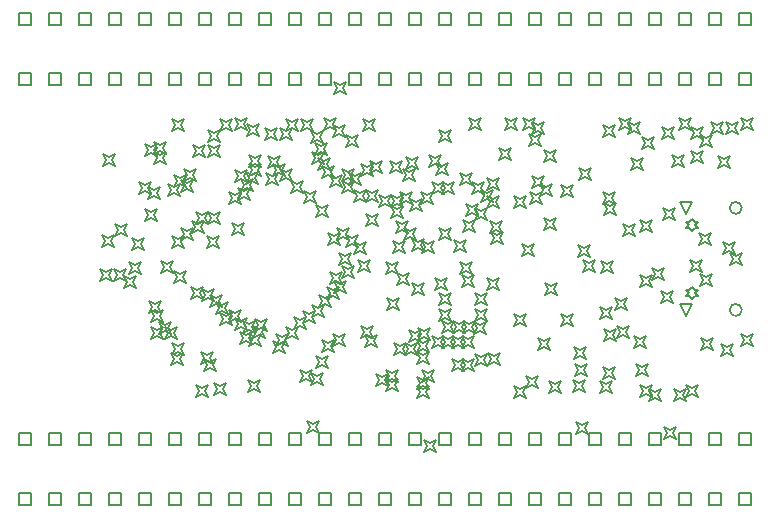
<source format=gbr>
%TF.GenerationSoftware,Altium Limited,Altium Designer,19.0.15 (446)*%
G04 Layer_Color=2752767*
%FSLAX45Y45*%
%MOMM*%
%TF.FileFunction,Drawing*%
%TF.Part,Single*%
G01*
G75*
%TA.AperFunction,NonConductor*%
%ADD90C,0.12700*%
%ADD91C,0.16933*%
D90*
X7061200Y8585200D02*
Y8686800D01*
X7162800D01*
Y8585200D01*
X7061200D01*
X6553200D02*
Y8686800D01*
X6654800D01*
Y8585200D01*
X6553200D01*
X6807200D02*
Y8686800D01*
X6908800D01*
Y8585200D01*
X6807200D01*
X6299200D02*
Y8686800D01*
X6400800D01*
Y8585200D01*
X6299200D01*
X7315200D02*
Y8686800D01*
X7416800D01*
Y8585200D01*
X7315200D01*
X7823200D02*
Y8686800D01*
X7924800D01*
Y8585200D01*
X7823200D01*
X7569200D02*
Y8686800D01*
X7670800D01*
Y8585200D01*
X7569200D01*
X9601200D02*
Y8686800D01*
X9702800D01*
Y8585200D01*
X9601200D01*
X9347200D02*
Y8686800D01*
X9448800D01*
Y8585200D01*
X9347200D01*
X9855200D02*
Y8686800D01*
X9956800D01*
Y8585200D01*
X9855200D01*
X10109200D02*
Y8686800D01*
X10210800D01*
Y8585200D01*
X10109200D01*
X9093200D02*
Y8686800D01*
X9194800D01*
Y8585200D01*
X9093200D01*
X8839200D02*
Y8686800D01*
X8940800D01*
Y8585200D01*
X8839200D01*
X8331200D02*
Y8686800D01*
X8432800D01*
Y8585200D01*
X8331200D01*
X8585200D02*
Y8686800D01*
X8686800D01*
Y8585200D01*
X8585200D01*
X8077200D02*
Y8686800D01*
X8178800D01*
Y8585200D01*
X8077200D01*
X10363200D02*
Y8686800D01*
X10464800D01*
Y8585200D01*
X10363200D01*
X10871200D02*
Y8686800D01*
X10972800D01*
Y8585200D01*
X10871200D01*
X10617200D02*
Y8686800D01*
X10718800D01*
Y8585200D01*
X10617200D01*
X11125200D02*
Y8686800D01*
X11226800D01*
Y8585200D01*
X11125200D01*
X11379200D02*
Y8686800D01*
X11480800D01*
Y8585200D01*
X11379200D01*
X12395200D02*
Y8686800D01*
X12496800D01*
Y8585200D01*
X12395200D01*
X12141200D02*
Y8686800D01*
X12242800D01*
Y8585200D01*
X12141200D01*
X11633200D02*
Y8686800D01*
X11734800D01*
Y8585200D01*
X11633200D01*
X11887200D02*
Y8686800D01*
X11988800D01*
Y8585200D01*
X11887200D01*
X7061200Y5029200D02*
Y5130800D01*
X7162800D01*
Y5029200D01*
X7061200D01*
X6553200D02*
Y5130800D01*
X6654800D01*
Y5029200D01*
X6553200D01*
X6807200D02*
Y5130800D01*
X6908800D01*
Y5029200D01*
X6807200D01*
X6299200D02*
Y5130800D01*
X6400800D01*
Y5029200D01*
X6299200D01*
X7315200D02*
Y5130800D01*
X7416800D01*
Y5029200D01*
X7315200D01*
X7823200D02*
Y5130800D01*
X7924800D01*
Y5029200D01*
X7823200D01*
X7569200D02*
Y5130800D01*
X7670800D01*
Y5029200D01*
X7569200D01*
X9601200D02*
Y5130800D01*
X9702800D01*
Y5029200D01*
X9601200D01*
X9347200D02*
Y5130800D01*
X9448800D01*
Y5029200D01*
X9347200D01*
X9855200D02*
Y5130800D01*
X9956800D01*
Y5029200D01*
X9855200D01*
X10109200D02*
Y5130800D01*
X10210800D01*
Y5029200D01*
X10109200D01*
X9093200D02*
Y5130800D01*
X9194800D01*
Y5029200D01*
X9093200D01*
X8839200D02*
Y5130800D01*
X8940800D01*
Y5029200D01*
X8839200D01*
X8331200D02*
Y5130800D01*
X8432800D01*
Y5029200D01*
X8331200D01*
X8585200D02*
Y5130800D01*
X8686800D01*
Y5029200D01*
X8585200D01*
X8077200D02*
Y5130800D01*
X8178800D01*
Y5029200D01*
X8077200D01*
X10363200D02*
Y5130800D01*
X10464800D01*
Y5029200D01*
X10363200D01*
X10871200D02*
Y5130800D01*
X10972800D01*
Y5029200D01*
X10871200D01*
X10617200D02*
Y5130800D01*
X10718800D01*
Y5029200D01*
X10617200D01*
X11125200D02*
Y5130800D01*
X11226800D01*
Y5029200D01*
X11125200D01*
X11379200D02*
Y5130800D01*
X11480800D01*
Y5029200D01*
X11379200D01*
X12395200D02*
Y5130800D01*
X12496800D01*
Y5029200D01*
X12395200D01*
X12141200D02*
Y5130800D01*
X12242800D01*
Y5029200D01*
X12141200D01*
X11633200D02*
Y5130800D01*
X11734800D01*
Y5029200D01*
X11633200D01*
X11887200D02*
Y5130800D01*
X11988800D01*
Y5029200D01*
X11887200D01*
X7061200Y9093200D02*
Y9194800D01*
X7162800D01*
Y9093200D01*
X7061200D01*
X6553200D02*
Y9194800D01*
X6654800D01*
Y9093200D01*
X6553200D01*
X6807200D02*
Y9194800D01*
X6908800D01*
Y9093200D01*
X6807200D01*
X6299200D02*
Y9194800D01*
X6400800D01*
Y9093200D01*
X6299200D01*
X7315200D02*
Y9194800D01*
X7416800D01*
Y9093200D01*
X7315200D01*
X7823200D02*
Y9194800D01*
X7924800D01*
Y9093200D01*
X7823200D01*
X7569200D02*
Y9194800D01*
X7670800D01*
Y9093200D01*
X7569200D01*
X9601200D02*
Y9194800D01*
X9702800D01*
Y9093200D01*
X9601200D01*
X9347200D02*
Y9194800D01*
X9448800D01*
Y9093200D01*
X9347200D01*
X9855200D02*
Y9194800D01*
X9956800D01*
Y9093200D01*
X9855200D01*
X10109200D02*
Y9194800D01*
X10210800D01*
Y9093200D01*
X10109200D01*
X9093200D02*
Y9194800D01*
X9194800D01*
Y9093200D01*
X9093200D01*
X8839200D02*
Y9194800D01*
X8940800D01*
Y9093200D01*
X8839200D01*
X8331200D02*
Y9194800D01*
X8432800D01*
Y9093200D01*
X8331200D01*
X8585200D02*
Y9194800D01*
X8686800D01*
Y9093200D01*
X8585200D01*
X8077200D02*
Y9194800D01*
X8178800D01*
Y9093200D01*
X8077200D01*
X10363200D02*
Y9194800D01*
X10464800D01*
Y9093200D01*
X10363200D01*
X10871200D02*
Y9194800D01*
X10972800D01*
Y9093200D01*
X10871200D01*
X10617200D02*
Y9194800D01*
X10718800D01*
Y9093200D01*
X10617200D01*
X11125200D02*
Y9194800D01*
X11226800D01*
Y9093200D01*
X11125200D01*
X11379200D02*
Y9194800D01*
X11480800D01*
Y9093200D01*
X11379200D01*
X12395200D02*
Y9194800D01*
X12496800D01*
Y9093200D01*
X12395200D01*
X12141200D02*
Y9194800D01*
X12242800D01*
Y9093200D01*
X12141200D01*
X11633200D02*
Y9194800D01*
X11734800D01*
Y9093200D01*
X11633200D01*
X11887200D02*
Y9194800D01*
X11988800D01*
Y9093200D01*
X11887200D01*
X11948250Y7493200D02*
X11897450Y7594800D01*
X11999050D01*
X11948250Y7493200D01*
Y6629200D02*
X11897450Y6730800D01*
X11999050D01*
X11948250Y6629200D01*
X11998250Y6772200D02*
X12023650Y6797600D01*
X12049050D01*
X12023650Y6823000D01*
X12049050Y6848400D01*
X12023650D01*
X11998250Y6873800D01*
X11972850Y6848400D01*
X11947450D01*
X11972850Y6823000D01*
X11947450Y6797600D01*
X11972850D01*
X11998250Y6772200D01*
Y7350200D02*
X12023650Y7375600D01*
X12049050D01*
X12023650Y7401000D01*
X12049050Y7426400D01*
X12023650D01*
X11998250Y7451800D01*
X11972850Y7426400D01*
X11947450D01*
X11972850Y7401000D01*
X11947450Y7375600D01*
X11972850D01*
X11998250Y7350200D01*
X7061200Y5537200D02*
Y5638800D01*
X7162800D01*
Y5537200D01*
X7061200D01*
X6553200D02*
Y5638800D01*
X6654800D01*
Y5537200D01*
X6553200D01*
X6807200D02*
Y5638800D01*
X6908800D01*
Y5537200D01*
X6807200D01*
X6299200D02*
Y5638800D01*
X6400800D01*
Y5537200D01*
X6299200D01*
X7315200D02*
Y5638800D01*
X7416800D01*
Y5537200D01*
X7315200D01*
X7823200D02*
Y5638800D01*
X7924800D01*
Y5537200D01*
X7823200D01*
X7569200D02*
Y5638800D01*
X7670800D01*
Y5537200D01*
X7569200D01*
X9601200D02*
Y5638800D01*
X9702800D01*
Y5537200D01*
X9601200D01*
X9347200D02*
Y5638800D01*
X9448800D01*
Y5537200D01*
X9347200D01*
X9855200D02*
Y5638800D01*
X9956800D01*
Y5537200D01*
X9855200D01*
X10109200D02*
Y5638800D01*
X10210800D01*
Y5537200D01*
X10109200D01*
X9093200D02*
Y5638800D01*
X9194800D01*
Y5537200D01*
X9093200D01*
X8839200D02*
Y5638800D01*
X8940800D01*
Y5537200D01*
X8839200D01*
X8331200D02*
Y5638800D01*
X8432800D01*
Y5537200D01*
X8331200D01*
X8585200D02*
Y5638800D01*
X8686800D01*
Y5537200D01*
X8585200D01*
X8077200D02*
Y5638800D01*
X8178800D01*
Y5537200D01*
X8077200D01*
X10363200D02*
Y5638800D01*
X10464800D01*
Y5537200D01*
X10363200D01*
X10871200D02*
Y5638800D01*
X10972800D01*
Y5537200D01*
X10871200D01*
X10617200D02*
Y5638800D01*
X10718800D01*
Y5537200D01*
X10617200D01*
X11125200D02*
Y5638800D01*
X11226800D01*
Y5537200D01*
X11125200D01*
X11379200D02*
Y5638800D01*
X11480800D01*
Y5537200D01*
X11379200D01*
X12395200D02*
Y5638800D01*
X12496800D01*
Y5537200D01*
X12395200D01*
X12141200D02*
Y5638800D01*
X12242800D01*
Y5537200D01*
X12141200D01*
X11633200D02*
Y5638800D01*
X11734800D01*
Y5537200D01*
X11633200D01*
X11887200D02*
Y5638800D01*
X11988800D01*
Y5537200D01*
X11887200D01*
X7886700Y7204226D02*
X7912100Y7255026D01*
X7886700Y7305826D01*
X7937500Y7280426D01*
X7988300Y7305826D01*
X7962900Y7255026D01*
X7988300Y7204226D01*
X7937500Y7229626D01*
X7886700Y7204226D01*
X7797800Y7410928D02*
X7823200Y7461728D01*
X7797800Y7512528D01*
X7848600Y7487128D01*
X7899400Y7512528D01*
X7874000Y7461728D01*
X7899400Y7410928D01*
X7848600Y7436328D01*
X7797800Y7410928D01*
X7759700Y7327900D02*
X7785100Y7378700D01*
X7759700Y7429500D01*
X7810500Y7404100D01*
X7861300Y7429500D01*
X7835900Y7378700D01*
X7861300Y7327900D01*
X7810500Y7353300D01*
X7759700Y7327900D01*
X8104891Y7311903D02*
X8130291Y7362703D01*
X8104891Y7413503D01*
X8155691Y7388103D01*
X8206491Y7413503D01*
X8181091Y7362703D01*
X8206491Y7311903D01*
X8155691Y7337303D01*
X8104891Y7311903D01*
X7365600Y7984300D02*
X7391000Y8035100D01*
X7365600Y8085900D01*
X7416400Y8060500D01*
X7467200Y8085900D01*
X7441800Y8035100D01*
X7467200Y7984300D01*
X7416400Y8009700D01*
X7365600Y7984300D01*
X10160000Y6209344D02*
X10185400Y6260144D01*
X10160000Y6310944D01*
X10210800Y6285544D01*
X10261600Y6310944D01*
X10236200Y6260144D01*
X10261600Y6209344D01*
X10210800Y6234744D01*
X10160000Y6209344D01*
X9553878Y7269796D02*
X9579278Y7320596D01*
X9553878Y7371396D01*
X9604678Y7345996D01*
X9655478Y7371396D01*
X9630078Y7320596D01*
X9655478Y7269796D01*
X9604678Y7295196D01*
X9553878Y7269796D01*
X8509000Y7772400D02*
X8534400Y7823200D01*
X8509000Y7874000D01*
X8559800Y7848600D01*
X8610600Y7874000D01*
X8585200Y7823200D01*
X8610600Y7772400D01*
X8559800Y7797800D01*
X8509000Y7772400D01*
X8407400Y7882700D02*
X8432800Y7933500D01*
X8407400Y7984300D01*
X8458200Y7958900D01*
X8509000Y7984300D01*
X8483600Y7933500D01*
X8509000Y7882700D01*
X8458200Y7908100D01*
X8407400Y7882700D01*
X8445500Y7810500D02*
X8470900Y7861300D01*
X8445500Y7912100D01*
X8496300Y7886700D01*
X8547100Y7912100D01*
X8521700Y7861300D01*
X8547100Y7810500D01*
X8496300Y7835900D01*
X8445500Y7810500D01*
X8390396Y7739431D02*
X8415796Y7790231D01*
X8390396Y7841031D01*
X8441196Y7815631D01*
X8491996Y7841031D01*
X8466596Y7790231D01*
X8491996Y7739431D01*
X8441196Y7764831D01*
X8390396Y7739431D01*
X8242300Y7817804D02*
X8267700Y7868604D01*
X8242300Y7919404D01*
X8293100Y7894004D01*
X8343900Y7919404D01*
X8318500Y7868604D01*
X8343900Y7817804D01*
X8293100Y7843204D01*
X8242300Y7817804D01*
X8216900Y7746400D02*
X8242300Y7797200D01*
X8216900Y7848000D01*
X8267700Y7822600D01*
X8318500Y7848000D01*
X8293100Y7797200D01*
X8318500Y7746400D01*
X8267700Y7771800D01*
X8216900Y7746400D01*
X8178800Y7683500D02*
X8204200Y7734300D01*
X8178800Y7785100D01*
X8229600Y7759700D01*
X8280400Y7785100D01*
X8255000Y7734300D01*
X8280400Y7683500D01*
X8229600Y7708900D01*
X8178800Y7683500D01*
X8148521Y7607300D02*
X8173921Y7658100D01*
X8148521Y7708900D01*
X8199321Y7683500D01*
X8250121Y7708900D01*
X8224721Y7658100D01*
X8250121Y7607300D01*
X8199321Y7632700D01*
X8148521Y7607300D01*
X8910521Y7226300D02*
X8935921Y7277100D01*
X8910521Y7327900D01*
X8961321Y7302500D01*
X9012121Y7327900D01*
X8986721Y7277100D01*
X9012121Y7226300D01*
X8961321Y7251700D01*
X8910521Y7226300D01*
X9166986Y6997700D02*
X9192386Y7048500D01*
X9166986Y7099300D01*
X9217786Y7073900D01*
X9268586Y7099300D01*
X9243186Y7048500D01*
X9268586Y6997700D01*
X9217786Y7023100D01*
X9166986Y6997700D01*
X9628397Y6805169D02*
X9653797Y6855969D01*
X9628397Y6906769D01*
X9679197Y6881369D01*
X9729997Y6906769D01*
X9704597Y6855969D01*
X9729997Y6805169D01*
X9679197Y6830569D01*
X9628397Y6805169D01*
X8902700Y6772200D02*
X8928100Y6823000D01*
X8902700Y6873800D01*
X8953500Y6848400D01*
X9004300Y6873800D01*
X8978900Y6823000D01*
X9004300Y6772200D01*
X8953500Y6797600D01*
X8902700Y6772200D01*
X8839200Y6705600D02*
X8864600Y6756400D01*
X8839200Y6807200D01*
X8890000Y6781800D01*
X8940800Y6807200D01*
X8915400Y6756400D01*
X8940800Y6705600D01*
X8890000Y6731000D01*
X8839200Y6705600D01*
X8775700Y6622794D02*
X8801100Y6673594D01*
X8775700Y6724394D01*
X8826500Y6698994D01*
X8877300Y6724394D01*
X8851900Y6673594D01*
X8877300Y6622794D01*
X8826500Y6648194D01*
X8775700Y6622794D01*
X8699500Y6565900D02*
X8724900Y6616700D01*
X8699500Y6667500D01*
X8750300Y6642100D01*
X8801100Y6667500D01*
X8775700Y6616700D01*
X8801100Y6565900D01*
X8750300Y6591300D01*
X8699500Y6565900D01*
X8966200Y6819900D02*
X8991600Y6870700D01*
X8966200Y6921500D01*
X9017000Y6896100D01*
X9067800Y6921500D01*
X9042400Y6870700D01*
X9067800Y6819900D01*
X9017000Y6845300D01*
X8966200Y6819900D01*
X9602238Y6411086D02*
X9627638Y6461886D01*
X9602238Y6512686D01*
X9653038Y6487286D01*
X9703838Y6512686D01*
X9678438Y6461886D01*
X9703838Y6411086D01*
X9653038Y6436486D01*
X9602238Y6411086D01*
X9004300Y7062125D02*
X9029700Y7112925D01*
X9004300Y7163725D01*
X9055100Y7138325D01*
X9105900Y7163725D01*
X9080500Y7112925D01*
X9105900Y7062125D01*
X9055100Y7087525D01*
X9004300Y7062125D01*
X9408331Y6986065D02*
X9433731Y7036865D01*
X9408331Y7087665D01*
X9459131Y7062265D01*
X9509931Y7087665D01*
X9484531Y7036865D01*
X9509931Y6986065D01*
X9459131Y7011465D01*
X9408331Y6986065D01*
X10639530Y7709856D02*
X10664930Y7760656D01*
X10639530Y7811456D01*
X10690330Y7786056D01*
X10741130Y7811456D01*
X10715730Y7760656D01*
X10741130Y7709856D01*
X10690330Y7735256D01*
X10639530Y7709856D01*
X10706100Y7645400D02*
X10731500Y7696200D01*
X10706100Y7747000D01*
X10756900Y7721600D01*
X10807700Y7747000D01*
X10782300Y7696200D01*
X10807700Y7645400D01*
X10756900Y7670800D01*
X10706100Y7645400D01*
X9851240Y8103376D02*
X9876640Y8154176D01*
X9851240Y8204976D01*
X9902040Y8179576D01*
X9952840Y8204976D01*
X9927440Y8154176D01*
X9952840Y8103376D01*
X9902040Y8128776D01*
X9851240Y8103376D01*
X10291008Y7240514D02*
X10316408Y7291314D01*
X10291008Y7342114D01*
X10341808Y7316714D01*
X10392608Y7342114D01*
X10367208Y7291314D01*
X10392608Y7240514D01*
X10341808Y7265914D01*
X10291008Y7240514D01*
X11003331Y6121400D02*
X11028731Y6172200D01*
X11003331Y6223000D01*
X11054131Y6197600D01*
X11104931Y6223000D01*
X11079531Y6172200D01*
X11104931Y6121400D01*
X11054131Y6146800D01*
X11003331Y6121400D01*
X10745830Y7358185D02*
X10771230Y7408985D01*
X10745830Y7459785D01*
X10796630Y7434385D01*
X10847430Y7459785D01*
X10822030Y7408985D01*
X10847430Y7358185D01*
X10796630Y7383585D01*
X10745830Y7358185D01*
X10752741Y6809747D02*
X10778141Y6860547D01*
X10752741Y6911347D01*
X10803541Y6885947D01*
X10854341Y6911347D01*
X10828941Y6860547D01*
X10854341Y6809747D01*
X10803541Y6835147D01*
X10752741Y6809747D01*
X10997244Y6264170D02*
X11022644Y6314970D01*
X10997244Y6365770D01*
X11048044Y6340370D01*
X11098844Y6365770D01*
X11073444Y6314970D01*
X11098844Y6264170D01*
X11048044Y6289570D01*
X10997244Y6264170D01*
X10626558Y7580930D02*
X10651958Y7631730D01*
X10626558Y7682530D01*
X10677358Y7657130D01*
X10728158Y7682530D01*
X10702758Y7631730D01*
X10728158Y7580930D01*
X10677358Y7606330D01*
X10626558Y7580930D01*
X11027774Y7124866D02*
X11053174Y7175666D01*
X11027774Y7226466D01*
X11078574Y7201066D01*
X11129374Y7226466D01*
X11103974Y7175666D01*
X11129374Y7124866D01*
X11078574Y7150266D01*
X11027774Y7124866D01*
X12315450Y7062125D02*
X12340850Y7112925D01*
X12315450Y7163725D01*
X12366250Y7138325D01*
X12417050Y7163725D01*
X12391650Y7112925D01*
X12417050Y7062125D01*
X12366250Y7087525D01*
X12315450Y7062125D01*
X11254500Y6418475D02*
X11279900Y6469275D01*
X11254500Y6520075D01*
X11305300Y6494675D01*
X11356100Y6520075D01*
X11330700Y6469275D01*
X11356100Y6418475D01*
X11305300Y6443875D01*
X11254500Y6418475D01*
X11362839Y6441314D02*
X11388239Y6492114D01*
X11362839Y6542914D01*
X11413639Y6517514D01*
X11464439Y6542914D01*
X11439039Y6492114D01*
X11464439Y6441314D01*
X11413639Y6466714D01*
X11362839Y6441314D01*
X11411206Y7306197D02*
X11436606Y7356997D01*
X11411206Y7407797D01*
X11462006Y7382397D01*
X11512806Y7407797D01*
X11487406Y7356997D01*
X11512806Y7306197D01*
X11462006Y7331597D01*
X11411206Y7306197D01*
X11947450Y5946897D02*
X11972850Y5997697D01*
X11947450Y6048497D01*
X11998250Y6023097D01*
X12049050Y6048497D01*
X12023650Y5997697D01*
X12049050Y5946897D01*
X11998250Y5972297D01*
X11947450Y5946897D01*
X11223502Y6995885D02*
X11248902Y7046685D01*
X11223502Y7097485D01*
X11274302Y7072085D01*
X11325102Y7097485D01*
X11299702Y7046685D01*
X11325102Y6995885D01*
X11274302Y7021285D01*
X11223502Y6995885D01*
X11629670Y5912300D02*
X11655070Y5963100D01*
X11629670Y6013900D01*
X11680470Y5988500D01*
X11731270Y6013900D01*
X11705870Y5963100D01*
X11731270Y5912300D01*
X11680470Y5937700D01*
X11629670Y5912300D01*
X11239500Y6096166D02*
X11264900Y6146966D01*
X11239500Y6197766D01*
X11290300Y6172366D01*
X11341100Y6197766D01*
X11315700Y6146966D01*
X11341100Y6096166D01*
X11290300Y6121566D01*
X11239500Y6096166D01*
X11480800Y7861300D02*
X11506200Y7912100D01*
X11480800Y7962900D01*
X11531600Y7937500D01*
X11582400Y7962900D01*
X11557000Y7912100D01*
X11582400Y7861300D01*
X11531600Y7886700D01*
X11480800Y7861300D01*
X8928100Y6896100D02*
X8953500Y6946900D01*
X8928100Y6997700D01*
X8978900Y6972300D01*
X9029700Y6997700D01*
X9004300Y6946900D01*
X9029700Y6896100D01*
X8978900Y6921500D01*
X8928100Y6896100D01*
X9677400Y6426200D02*
X9702800Y6477000D01*
X9677400Y6527800D01*
X9728200Y6502400D01*
X9779000Y6527800D01*
X9753600Y6477000D01*
X9779000Y6426200D01*
X9728200Y6451600D01*
X9677400Y6426200D01*
X11761180Y5586359D02*
X11786580Y5637159D01*
X11761180Y5687959D01*
X11811980Y5662559D01*
X11862780Y5687959D01*
X11837380Y5637159D01*
X11862780Y5586359D01*
X11811980Y5611759D01*
X11761180Y5586359D01*
X11518181Y6121400D02*
X11543581Y6172200D01*
X11518181Y6223000D01*
X11568981Y6197600D01*
X11619781Y6223000D01*
X11594381Y6172200D01*
X11619781Y6121400D01*
X11568981Y6146800D01*
X11518181Y6121400D01*
X11010900Y5626100D02*
X11036300Y5676900D01*
X11010900Y5727700D01*
X11061700Y5702300D01*
X11112500Y5727700D01*
X11087100Y5676900D01*
X11112500Y5626100D01*
X11061700Y5651500D01*
X11010900Y5626100D01*
X10265774Y6210300D02*
X10291174Y6261100D01*
X10265774Y6311900D01*
X10316574Y6286500D01*
X10367374Y6311900D01*
X10341974Y6261100D01*
X10367374Y6210300D01*
X10316574Y6235700D01*
X10265774Y6210300D01*
X9228666Y6362700D02*
X9254066Y6413500D01*
X9228666Y6464300D01*
X9279466Y6438900D01*
X9330266Y6464300D01*
X9304866Y6413500D01*
X9330266Y6362700D01*
X9279466Y6388100D01*
X9228666Y6362700D01*
X9664700Y6324600D02*
X9690100Y6375400D01*
X9664700Y6426200D01*
X9715500Y6400800D01*
X9766300Y6426200D01*
X9740900Y6375400D01*
X9766300Y6324600D01*
X9715500Y6350000D01*
X9664700Y6324600D01*
Y6223000D02*
X9690100Y6273800D01*
X9664700Y6324600D01*
X9715500Y6299200D01*
X9766300Y6324600D01*
X9740900Y6273800D01*
X9766300Y6223000D01*
X9715500Y6248400D01*
X9664700Y6223000D01*
X9709219Y6070600D02*
X9734619Y6121400D01*
X9709219Y6172200D01*
X9760019Y6146800D01*
X9810819Y6172200D01*
X9785419Y6121400D01*
X9810819Y6070600D01*
X9760019Y6096000D01*
X9709219Y6070600D01*
X9474200Y6299200D02*
X9499600Y6350000D01*
X9474200Y6400800D01*
X9525000Y6375400D01*
X9575800Y6400800D01*
X9550400Y6350000D01*
X9575800Y6299200D01*
X9525000Y6324600D01*
X9474200Y6299200D01*
X8953500Y6375306D02*
X8978900Y6426106D01*
X8953500Y6476906D01*
X9004300Y6451506D01*
X9055100Y6476906D01*
X9029700Y6426106D01*
X9055100Y6375306D01*
X9004300Y6400706D01*
X8953500Y6375306D01*
X9664700Y5930900D02*
X9690100Y5981700D01*
X9664700Y6032500D01*
X9715500Y6007100D01*
X9766300Y6032500D01*
X9740900Y5981700D01*
X9766300Y5930900D01*
X9715500Y5956300D01*
X9664700Y5930900D01*
X8860000Y6324600D02*
X8885400Y6375400D01*
X8860000Y6426200D01*
X8910800Y6400800D01*
X8961600Y6426200D01*
X8936200Y6375400D01*
X8961600Y6324600D01*
X8910800Y6350000D01*
X8860000Y6324600D01*
X9664700Y6010170D02*
X9690100Y6060970D01*
X9664700Y6111770D01*
X9715500Y6086370D01*
X9766300Y6111770D01*
X9740900Y6060970D01*
X9766300Y6010170D01*
X9715500Y6035570D01*
X9664700Y6010170D01*
X8626750Y6515100D02*
X8652150Y6565900D01*
X8626750Y6616700D01*
X8677550Y6591300D01*
X8728350Y6616700D01*
X8702950Y6565900D01*
X8728350Y6515100D01*
X8677550Y6540500D01*
X8626750Y6515100D01*
X8559800Y6436300D02*
X8585200Y6487100D01*
X8559800Y6537900D01*
X8610600Y6512500D01*
X8661400Y6537900D01*
X8636000Y6487100D01*
X8661400Y6436300D01*
X8610600Y6461700D01*
X8559800Y6436300D01*
X8813800Y6186664D02*
X8839200Y6237464D01*
X8813800Y6288264D01*
X8864600Y6262864D01*
X8915400Y6288264D01*
X8890000Y6237464D01*
X8915400Y6186664D01*
X8864600Y6212064D01*
X8813800Y6186664D01*
X8474350Y6375400D02*
X8499750Y6426200D01*
X8474350Y6477000D01*
X8525150Y6451600D01*
X8575950Y6477000D01*
X8550550Y6426200D01*
X8575950Y6375400D01*
X8525150Y6400800D01*
X8474350Y6375400D01*
X7797800Y5943600D02*
X7823200Y5994400D01*
X7797800Y6045200D01*
X7848600Y6019800D01*
X7899400Y6045200D01*
X7874000Y5994400D01*
X7899400Y5943600D01*
X7848600Y5969000D01*
X7797800Y5943600D01*
X8447081Y6311900D02*
X8472481Y6362700D01*
X8447081Y6413500D01*
X8497881Y6388100D01*
X8548681Y6413500D01*
X8523281Y6362700D01*
X8548681Y6311900D01*
X8497881Y6337300D01*
X8447081Y6311900D01*
X8769606Y6045200D02*
X8795006Y6096000D01*
X8769606Y6146800D01*
X8820406Y6121400D01*
X8871206Y6146800D01*
X8845806Y6096000D01*
X8871206Y6045200D01*
X8820406Y6070600D01*
X8769606Y6045200D01*
X8674100Y6070600D02*
X8699500Y6121400D01*
X8674100Y6172200D01*
X8724900Y6146800D01*
X8775700Y6172200D01*
X8750300Y6121400D01*
X8775700Y6070600D01*
X8724900Y6096000D01*
X8674100Y6070600D01*
X9728200Y5473700D02*
X9753600Y5524500D01*
X9728200Y5575300D01*
X9779000Y5549900D01*
X9829800Y5575300D01*
X9804400Y5524500D01*
X9829800Y5473700D01*
X9779000Y5499100D01*
X9728200Y5473700D01*
X8233416Y5981700D02*
X8258816Y6032500D01*
X8233416Y6083300D01*
X8284216Y6057900D01*
X8335016Y6083300D01*
X8309616Y6032500D01*
X8335016Y5981700D01*
X8284216Y6007100D01*
X8233416Y5981700D01*
X8297516Y6505470D02*
X8322916Y6556270D01*
X8297516Y6607070D01*
X8348316Y6581670D01*
X8399116Y6607070D01*
X8373716Y6556270D01*
X8399116Y6505470D01*
X8348316Y6530870D01*
X8297516Y6505470D01*
X8737600Y5637844D02*
X8763000Y5688644D01*
X8737600Y5739444D01*
X8788400Y5714044D01*
X8839200Y5739444D01*
X8813800Y5688644D01*
X8839200Y5637844D01*
X8788400Y5663244D01*
X8737600Y5637844D01*
X8166100Y6388100D02*
X8191500Y6438900D01*
X8166100Y6489700D01*
X8216900Y6464300D01*
X8267700Y6489700D01*
X8242300Y6438900D01*
X8267700Y6388100D01*
X8216900Y6413500D01*
X8166100Y6388100D01*
X8280769Y6438900D02*
X8306169Y6489700D01*
X8280769Y6540500D01*
X8331569Y6515100D01*
X8382369Y6540500D01*
X8356969Y6489700D01*
X8382369Y6438900D01*
X8331569Y6464300D01*
X8280769Y6438900D01*
X8245800Y6375306D02*
X8271200Y6426106D01*
X8245800Y6476906D01*
X8296600Y6451506D01*
X8347400Y6476906D01*
X8322000Y6426106D01*
X8347400Y6375306D01*
X8296600Y6400706D01*
X8245800Y6375306D01*
X7835900Y6223000D02*
X7861300Y6273800D01*
X7835900Y6324600D01*
X7886700Y6299200D01*
X7937500Y6324600D01*
X7912100Y6273800D01*
X7937500Y6223000D01*
X7886700Y6248400D01*
X7835900Y6223000D01*
X8191500Y6481373D02*
X8216900Y6532173D01*
X8191500Y6582973D01*
X8242300Y6557573D01*
X8293100Y6582973D01*
X8267700Y6532173D01*
X8293100Y6481373D01*
X8242300Y6506773D01*
X8191500Y6481373D01*
X8125954Y6514200D02*
X8151354Y6565000D01*
X8125954Y6615800D01*
X8176754Y6590400D01*
X8227554Y6615800D01*
X8202154Y6565000D01*
X8227554Y6514200D01*
X8176754Y6539600D01*
X8125954Y6514200D01*
X8077200Y6578600D02*
X8102600Y6629400D01*
X8077200Y6680200D01*
X8128000Y6654800D01*
X8178800Y6680200D01*
X8153400Y6629400D01*
X8178800Y6578600D01*
X8128000Y6604000D01*
X8077200Y6578600D01*
X7998860Y6553200D02*
X8024260Y6604000D01*
X7998860Y6654800D01*
X8049660Y6629400D01*
X8100460Y6654800D01*
X8075060Y6604000D01*
X8100460Y6553200D01*
X8049660Y6578600D01*
X7998860Y6553200D01*
X7968700Y6642100D02*
X7994100Y6692900D01*
X7968700Y6743700D01*
X8019500Y6718300D01*
X8070300Y6743700D01*
X8044900Y6692900D01*
X8070300Y6642100D01*
X8019500Y6667500D01*
X7968700Y6642100D01*
X7912100Y6705600D02*
X7937500Y6756400D01*
X7912100Y6807200D01*
X7962900Y6781800D01*
X8013700Y6807200D01*
X7988300Y6756400D01*
X8013700Y6705600D01*
X7962900Y6731000D01*
X7912100Y6705600D01*
X7848600Y6756400D02*
X7874000Y6807200D01*
X7848600Y6858000D01*
X7899400Y6832600D01*
X7950200Y6858000D01*
X7924800Y6807200D01*
X7950200Y6756400D01*
X7899400Y6781800D01*
X7848600Y6756400D01*
X7751373Y6772200D02*
X7776773Y6823000D01*
X7751373Y6873800D01*
X7802173Y6848400D01*
X7852973Y6873800D01*
X7827573Y6823000D01*
X7852973Y6772200D01*
X7802173Y6797600D01*
X7751373Y6772200D01*
X7587296Y6210300D02*
X7612696Y6261100D01*
X7587296Y6311900D01*
X7638096Y6286500D01*
X7688896Y6311900D01*
X7663496Y6261100D01*
X7688896Y6210300D01*
X7638096Y6235700D01*
X7587296Y6210300D01*
X7594600Y6299200D02*
X7620000Y6350000D01*
X7594600Y6400800D01*
X7645400Y6375400D01*
X7696200Y6400800D01*
X7670800Y6350000D01*
X7696200Y6299200D01*
X7645400Y6324600D01*
X7594600Y6299200D01*
X7531100Y6436300D02*
X7556500Y6487100D01*
X7531100Y6537900D01*
X7581900Y6512500D01*
X7632700Y6537900D01*
X7607300Y6487100D01*
X7632700Y6436300D01*
X7581900Y6461700D01*
X7531100Y6436300D01*
X7480300Y6477000D02*
X7505700Y6527800D01*
X7480300Y6578600D01*
X7531100Y6553200D01*
X7581900Y6578600D01*
X7556500Y6527800D01*
X7581900Y6477000D01*
X7531100Y6502400D01*
X7480300Y6477000D01*
X7416800Y6436300D02*
X7442200Y6487100D01*
X7416800Y6537900D01*
X7467600Y6512500D01*
X7518400Y6537900D01*
X7493000Y6487100D01*
X7518400Y6436300D01*
X7467600Y6461700D01*
X7416800Y6436300D01*
X6985000Y6921500D02*
X7010400Y6972300D01*
X6985000Y7023100D01*
X7035800Y6997700D01*
X7086600Y7023100D01*
X7061200Y6972300D01*
X7086600Y6921500D01*
X7035800Y6946900D01*
X6985000Y6921500D01*
X7099300Y6920928D02*
X7124700Y6971728D01*
X7099300Y7022528D01*
X7150100Y6997128D01*
X7200900Y7022528D01*
X7175500Y6971728D01*
X7200900Y6920928D01*
X7150100Y6946328D01*
X7099300Y6920928D01*
X7226300Y6985000D02*
X7251700Y7035800D01*
X7226300Y7086600D01*
X7277100Y7061200D01*
X7327900Y7086600D01*
X7302500Y7035800D01*
X7327900Y6985000D01*
X7277100Y7010400D01*
X7226300Y6985000D01*
X7416800Y6578600D02*
X7442200Y6629400D01*
X7416800Y6680200D01*
X7467600Y6654800D01*
X7518400Y6680200D01*
X7493000Y6629400D01*
X7518400Y6578600D01*
X7467600Y6604000D01*
X7416800Y6578600D01*
X7397819Y6652300D02*
X7423219Y6703100D01*
X7397819Y6753900D01*
X7448619Y6728500D01*
X7499419Y6753900D01*
X7474019Y6703100D01*
X7499419Y6652300D01*
X7448619Y6677700D01*
X7397819Y6652300D01*
X7613040Y6910196D02*
X7638440Y6960996D01*
X7613040Y7011796D01*
X7663840Y6986396D01*
X7714640Y7011796D01*
X7689240Y6960996D01*
X7714640Y6910196D01*
X7663840Y6935596D01*
X7613040Y6910196D01*
X7499141Y6995885D02*
X7524541Y7046685D01*
X7499141Y7097485D01*
X7549941Y7072085D01*
X7600741Y7097485D01*
X7575341Y7046685D01*
X7600741Y6995885D01*
X7549941Y7021285D01*
X7499141Y6995885D01*
X7188200Y6863210D02*
X7213600Y6914010D01*
X7188200Y6964810D01*
X7239000Y6939410D01*
X7289800Y6964810D01*
X7264400Y6914010D01*
X7289800Y6863210D01*
X7239000Y6888610D01*
X7188200Y6863210D01*
X7251700Y7188200D02*
X7277100Y7239000D01*
X7251700Y7289800D01*
X7302500Y7264400D01*
X7353300Y7289800D01*
X7327900Y7239000D01*
X7353300Y7188200D01*
X7302500Y7213600D01*
X7251700Y7188200D01*
X7442200Y7997700D02*
X7467600Y8048500D01*
X7442200Y8099300D01*
X7493000Y8073900D01*
X7543800Y8099300D01*
X7518400Y8048500D01*
X7543800Y7997700D01*
X7493000Y8023100D01*
X7442200Y7997700D01*
X7391400Y7620000D02*
X7416800Y7670800D01*
X7391400Y7721600D01*
X7442200Y7696200D01*
X7493000Y7721600D01*
X7467600Y7670800D01*
X7493000Y7620000D01*
X7442200Y7645400D01*
X7391400Y7620000D01*
X7670800Y7269796D02*
X7696200Y7320596D01*
X7670800Y7371396D01*
X7721600Y7345996D01*
X7772400Y7371396D01*
X7747000Y7320596D01*
X7772400Y7269796D01*
X7721600Y7295196D01*
X7670800Y7269796D01*
X7594600Y8191500D02*
X7620000Y8242300D01*
X7594600Y8293100D01*
X7645400Y8267700D01*
X7696200Y8293100D01*
X7670800Y8242300D01*
X7696200Y8191500D01*
X7645400Y8216900D01*
X7594600Y8191500D01*
Y7200900D02*
X7620000Y7251700D01*
X7594600Y7302500D01*
X7645400Y7277100D01*
X7696200Y7302500D01*
X7670800Y7251700D01*
X7696200Y7200900D01*
X7645400Y7226300D01*
X7594600Y7200900D01*
X7366000Y7429500D02*
X7391400Y7480300D01*
X7366000Y7531100D01*
X7416800Y7505700D01*
X7467600Y7531100D01*
X7442200Y7480300D01*
X7467600Y7429500D01*
X7416800Y7454900D01*
X7366000Y7429500D01*
X7696200Y7772400D02*
X7721600Y7823200D01*
X7696200Y7874000D01*
X7747000Y7848600D01*
X7797800Y7874000D01*
X7772400Y7823200D01*
X7797800Y7772400D01*
X7747000Y7797800D01*
X7696200Y7772400D01*
X7607300Y7721600D02*
X7632700Y7772400D01*
X7607300Y7823200D01*
X7658100Y7797800D01*
X7708900Y7823200D01*
X7683500Y7772400D01*
X7708900Y7721600D01*
X7658100Y7747000D01*
X7607300Y7721600D01*
X7556500Y7641027D02*
X7581900Y7691827D01*
X7556500Y7742627D01*
X7607300Y7717227D01*
X7658100Y7742627D01*
X7632700Y7691827D01*
X7658100Y7641027D01*
X7607300Y7666427D01*
X7556500Y7641027D01*
X7670800Y7677150D02*
X7696200Y7727950D01*
X7670800Y7778750D01*
X7721600Y7753350D01*
X7772400Y7778750D01*
X7747000Y7727950D01*
X7772400Y7677150D01*
X7721600Y7702550D01*
X7670800Y7677150D01*
X8077200Y7578830D02*
X8102600Y7629630D01*
X8077200Y7680430D01*
X8128000Y7655030D01*
X8178800Y7680430D01*
X8153400Y7629630D01*
X8178800Y7578830D01*
X8128000Y7604230D01*
X8077200Y7578830D01*
X7899400Y7404100D02*
X7924800Y7454900D01*
X7899400Y7505700D01*
X7950200Y7480300D01*
X8001000Y7505700D01*
X7975600Y7454900D01*
X8001000Y7404100D01*
X7950200Y7429500D01*
X7899400Y7404100D01*
X8967156Y8509000D02*
X8992556Y8559800D01*
X8967156Y8610600D01*
X9017956Y8585200D01*
X9068756Y8610600D01*
X9043356Y8559800D01*
X9068756Y8509000D01*
X9017956Y8534400D01*
X8967156Y8509000D01*
X8382166Y8115300D02*
X8407566Y8166100D01*
X8382166Y8216900D01*
X8432966Y8191500D01*
X8483766Y8216900D01*
X8458366Y8166100D01*
X8483766Y8115300D01*
X8432966Y8140700D01*
X8382166Y8115300D01*
X8559800Y8191500D02*
X8585200Y8242300D01*
X8559800Y8293100D01*
X8610600Y8267700D01*
X8661400Y8293100D01*
X8636000Y8242300D01*
X8661400Y8191500D01*
X8610600Y8216900D01*
X8559800Y8191500D01*
X8242300Y7893631D02*
X8267700Y7944431D01*
X8242300Y7995231D01*
X8293100Y7969831D01*
X8343900Y7995231D01*
X8318500Y7944431D01*
X8343900Y7893631D01*
X8293100Y7919031D01*
X8242300Y7893631D01*
X8128000Y8204200D02*
X8153400Y8255000D01*
X8128000Y8305800D01*
X8178800Y8280400D01*
X8229600Y8305800D01*
X8204200Y8255000D01*
X8229600Y8204200D01*
X8178800Y8229600D01*
X8128000Y8204200D01*
X8229600Y8153400D02*
X8255000Y8204200D01*
X8229600Y8255000D01*
X8280400Y8229600D01*
X8331200Y8255000D01*
X8305800Y8204200D01*
X8331200Y8153400D01*
X8280400Y8178800D01*
X8229600Y8153400D01*
X8128000Y7759700D02*
X8153400Y7810500D01*
X8128000Y7861300D01*
X8178800Y7835900D01*
X8229600Y7861300D01*
X8204200Y7810500D01*
X8229600Y7759700D01*
X8178800Y7785100D01*
X8128000Y7759700D01*
X7899400Y7975600D02*
X7924800Y8026400D01*
X7899400Y8077200D01*
X7950200Y8051800D01*
X8001000Y8077200D01*
X7975600Y8026400D01*
X8001000Y7975600D01*
X7950200Y8001000D01*
X7899400Y7975600D01*
X8509000Y8122559D02*
X8534400Y8173359D01*
X8509000Y8224159D01*
X8559800Y8198759D01*
X8610600Y8224159D01*
X8585200Y8173359D01*
X8610600Y8122559D01*
X8559800Y8147959D01*
X8509000Y8122559D01*
X8769606Y8093000D02*
X8795006Y8143800D01*
X8769606Y8194600D01*
X8820406Y8169200D01*
X8871206Y8194600D01*
X8845806Y8143800D01*
X8871206Y8093000D01*
X8820406Y8118400D01*
X8769606Y8093000D01*
X8801100Y7988300D02*
X8826500Y8039100D01*
X8801100Y8089900D01*
X8851900Y8064500D01*
X8902700Y8089900D01*
X8877300Y8039100D01*
X8902700Y7988300D01*
X8851900Y8013700D01*
X8801100Y7988300D01*
X8686498Y8195617D02*
X8711898Y8246417D01*
X8686498Y8297217D01*
X8737298Y8271817D01*
X8788098Y8297217D01*
X8762698Y8246417D01*
X8788098Y8195617D01*
X8737298Y8221017D01*
X8686498Y8195617D01*
X8775700Y7919000D02*
X8801100Y7969800D01*
X8775700Y8020600D01*
X8826500Y7995200D01*
X8877300Y8020600D01*
X8851900Y7969800D01*
X8877300Y7919000D01*
X8826500Y7944400D01*
X8775700Y7919000D01*
X8877300Y8204200D02*
X8902700Y8255000D01*
X8877300Y8305800D01*
X8928100Y8280400D01*
X8978900Y8305800D01*
X8953500Y8255000D01*
X8978900Y8204200D01*
X8928100Y8229600D01*
X8877300Y8204200D01*
X8953500Y8142200D02*
X8978900Y8193000D01*
X8953500Y8243800D01*
X9004300Y8218400D01*
X9055100Y8243800D01*
X9029700Y8193000D01*
X9055100Y8142200D01*
X9004300Y8167600D01*
X8953500Y8142200D01*
X9063597Y8058150D02*
X9088997Y8108950D01*
X9063597Y8159750D01*
X9114397Y8134350D01*
X9165197Y8159750D01*
X9139797Y8108950D01*
X9165197Y8058150D01*
X9114397Y8083550D01*
X9063597Y8058150D01*
X9525000Y7578830D02*
X9550400Y7629630D01*
X9525000Y7680430D01*
X9575800Y7655030D01*
X9626600Y7680430D01*
X9601200Y7629630D01*
X9626600Y7578830D01*
X9575800Y7604230D01*
X9525000Y7578830D01*
X9232900Y7594600D02*
X9258300Y7645400D01*
X9232900Y7696200D01*
X9283700Y7670800D01*
X9334500Y7696200D01*
X9309100Y7645400D01*
X9334500Y7594600D01*
X9283700Y7620000D01*
X9232900Y7594600D01*
X9131300D02*
X9156700Y7645400D01*
X9131300Y7696200D01*
X9182100Y7670800D01*
X9232900Y7696200D01*
X9207500Y7645400D01*
X9232900Y7594600D01*
X9182100Y7620000D01*
X9131300Y7594600D01*
X9350271Y7552639D02*
X9375671Y7603439D01*
X9350271Y7654239D01*
X9401071Y7628839D01*
X9451871Y7654239D01*
X9426471Y7603439D01*
X9451871Y7552639D01*
X9401071Y7578039D01*
X9350271Y7552639D01*
X9029700Y7670800D02*
X9055100Y7721600D01*
X9029700Y7772400D01*
X9080500Y7747000D01*
X9131300Y7772400D01*
X9105900Y7721600D01*
X9131300Y7670800D01*
X9080500Y7696200D01*
X9029700Y7670800D01*
X8928100Y7721600D02*
X8953500Y7772400D01*
X8928100Y7823200D01*
X8978900Y7797800D01*
X9029700Y7823200D01*
X9004300Y7772400D01*
X9029700Y7721600D01*
X8978900Y7747000D01*
X8928100Y7721600D01*
X8864600Y7797800D02*
X8890000Y7848600D01*
X8864600Y7899400D01*
X8915400Y7874000D01*
X8966200Y7899400D01*
X8940800Y7848600D01*
X8966200Y7797800D01*
X8915400Y7823200D01*
X8864600Y7797800D01*
X9029700Y7772400D02*
X9055100Y7823200D01*
X9029700Y7874000D01*
X9080500Y7848600D01*
X9131300Y7874000D01*
X9105900Y7823200D01*
X9131300Y7772400D01*
X9080500Y7797800D01*
X9029700Y7772400D01*
X9445729Y7552639D02*
X9471129Y7603439D01*
X9445729Y7654239D01*
X9496529Y7628839D01*
X9547329Y7654239D01*
X9521929Y7603439D01*
X9547329Y7552639D01*
X9496529Y7578039D01*
X9445729Y7552639D01*
X9486900Y7327900D02*
X9512300Y7378700D01*
X9486900Y7429500D01*
X9537700Y7404100D01*
X9588500Y7429500D01*
X9563100Y7378700D01*
X9588500Y7327900D01*
X9537700Y7353300D01*
X9486900Y7327900D01*
X9093200Y7740300D02*
X9118600Y7791100D01*
X9093200Y7841900D01*
X9144000Y7816500D01*
X9194800Y7841900D01*
X9169400Y7791100D01*
X9194800Y7740300D01*
X9144000Y7765700D01*
X9093200Y7740300D01*
X8826500Y7860779D02*
X8851900Y7911579D01*
X8826500Y7962379D01*
X8877300Y7936979D01*
X8928100Y7962379D01*
X8902700Y7911579D01*
X8928100Y7860779D01*
X8877300Y7886179D01*
X8826500Y7860779D01*
X8597900Y7674097D02*
X8623300Y7724897D01*
X8597900Y7775697D01*
X8648700Y7750297D01*
X8699500Y7775697D01*
X8674100Y7724897D01*
X8699500Y7674097D01*
X8648700Y7699497D01*
X8597900Y7674097D01*
X10105262Y8204200D02*
X10130662Y8255000D01*
X10105262Y8305800D01*
X10156062Y8280400D01*
X10206862Y8305800D01*
X10181462Y8255000D01*
X10206862Y8204200D01*
X10156062Y8229600D01*
X10105262Y8204200D01*
X8712200Y7581900D02*
X8737600Y7632700D01*
X8712200Y7683500D01*
X8763000Y7658100D01*
X8813800Y7683500D01*
X8788400Y7632700D01*
X8813800Y7581900D01*
X8763000Y7607300D01*
X8712200Y7581900D01*
X9194800Y7810500D02*
X9220200Y7861300D01*
X9194800Y7912100D01*
X9245600Y7886700D01*
X9296400Y7912100D01*
X9271000Y7861300D01*
X9296400Y7810500D01*
X9245600Y7835900D01*
X9194800Y7810500D01*
X9271000Y7835900D02*
X9296400Y7886700D01*
X9271000Y7937500D01*
X9321800Y7912100D01*
X9372600Y7937500D01*
X9347200Y7886700D01*
X9372600Y7835900D01*
X9321800Y7861300D01*
X9271000Y7835900D01*
X10414000Y8202310D02*
X10439400Y8253110D01*
X10414000Y8303910D01*
X10464800Y8278510D01*
X10515600Y8303910D01*
X10490200Y8253110D01*
X10515600Y8202310D01*
X10464800Y8227710D01*
X10414000Y8202310D01*
X8813800Y7470927D02*
X8839200Y7521727D01*
X8813800Y7572527D01*
X8864600Y7547127D01*
X8915400Y7572527D01*
X8890000Y7521727D01*
X8915400Y7470927D01*
X8864600Y7496327D01*
X8813800Y7470927D01*
X10566400Y8202310D02*
X10591800Y8253110D01*
X10566400Y8303910D01*
X10617200Y8278510D01*
X10668000Y8303910D01*
X10642600Y8253110D01*
X10668000Y8202310D01*
X10617200Y8227710D01*
X10566400Y8202310D01*
X9550400Y7772400D02*
X9575800Y7823200D01*
X9550400Y7874000D01*
X9601200Y7848600D01*
X9652000Y7874000D01*
X9626600Y7823200D01*
X9652000Y7772400D01*
X9601200Y7797800D01*
X9550400Y7772400D01*
X10642600Y8166100D02*
X10668000Y8216900D01*
X10642600Y8267700D01*
X10693400Y8242300D01*
X10744200Y8267700D01*
X10718800Y8216900D01*
X10744200Y8166100D01*
X10693400Y8191500D01*
X10642600Y8166100D01*
X10033000Y7740300D02*
X10058400Y7791100D01*
X10033000Y7841900D01*
X10083800Y7816500D01*
X10134600Y7841900D01*
X10109200Y7791100D01*
X10134600Y7740300D01*
X10083800Y7765700D01*
X10033000Y7740300D01*
X10490200Y5930900D02*
X10515600Y5981700D01*
X10490200Y6032500D01*
X10541000Y6007100D01*
X10591800Y6032500D01*
X10566400Y5981700D01*
X10591800Y5930900D01*
X10541000Y5956300D01*
X10490200Y5930900D01*
X10591800Y6022300D02*
X10617200Y6073100D01*
X10591800Y6123900D01*
X10642600Y6098500D01*
X10693400Y6123900D01*
X10668000Y6073100D01*
X10693400Y6022300D01*
X10642600Y6047700D01*
X10591800Y6022300D01*
X10782300Y5980200D02*
X10807700Y6031000D01*
X10782300Y6081800D01*
X10833100Y6056400D01*
X10883900Y6081800D01*
X10858500Y6031000D01*
X10883900Y5980200D01*
X10833100Y6005600D01*
X10782300Y5980200D01*
X10985500Y5981700D02*
X11010900Y6032500D01*
X10985500Y6083300D01*
X11036300Y6057900D01*
X11087100Y6083300D01*
X11061700Y6032500D01*
X11087100Y5981700D01*
X11036300Y6007100D01*
X10985500Y5981700D01*
X11214100Y5980200D02*
X11239500Y6031000D01*
X11214100Y6081800D01*
X11264900Y6056400D01*
X11315700Y6081800D01*
X11290300Y6031000D01*
X11315700Y5980200D01*
X11264900Y6005600D01*
X11214100Y5980200D01*
X11557000Y5943600D02*
X11582400Y5994400D01*
X11557000Y6045200D01*
X11607800Y6019800D01*
X11658600Y6045200D01*
X11633200Y5994400D01*
X11658600Y5943600D01*
X11607800Y5969000D01*
X11557000Y5943600D01*
X11844950Y5905500D02*
X11870350Y5956300D01*
X11844950Y6007100D01*
X11895750Y5981700D01*
X11946550Y6007100D01*
X11921150Y5956300D01*
X11946550Y5905500D01*
X11895750Y5930900D01*
X11844950Y5905500D01*
X12241300Y6286500D02*
X12266700Y6337300D01*
X12241300Y6388100D01*
X12292100Y6362700D01*
X12342900Y6388100D01*
X12317500Y6337300D01*
X12342900Y6286500D01*
X12292100Y6311900D01*
X12241300Y6286500D01*
X12409400Y6375306D02*
X12434800Y6426106D01*
X12409400Y6476906D01*
X12460200Y6451506D01*
X12511000Y6476906D01*
X12485600Y6426106D01*
X12511000Y6375306D01*
X12460200Y6400706D01*
X12409400Y6375306D01*
X12074225Y6339951D02*
X12099625Y6390751D01*
X12074225Y6441551D01*
X12125025Y6416151D01*
X12175825Y6441551D01*
X12150425Y6390751D01*
X12175825Y6339951D01*
X12125025Y6365351D01*
X12074225Y6339951D01*
X11659230Y6936200D02*
X11684630Y6987000D01*
X11659230Y7037800D01*
X11710030Y7012400D01*
X11760830Y7037800D01*
X11735430Y6987000D01*
X11760830Y6936200D01*
X11710030Y6961600D01*
X11659230Y6936200D01*
X12409400Y8203921D02*
X12434800Y8254721D01*
X12409400Y8305521D01*
X12460200Y8280121D01*
X12511000Y8305521D01*
X12485600Y8254721D01*
X12511000Y8203921D01*
X12460200Y8229321D01*
X12409400Y8203921D01*
X12217400Y7882700D02*
X12242800Y7933500D01*
X12217400Y7984300D01*
X12268200Y7958900D01*
X12319000Y7984300D01*
X12293600Y7933500D01*
X12319000Y7882700D01*
X12268200Y7908100D01*
X12217400Y7882700D01*
X11988800Y7927870D02*
X12014200Y7978670D01*
X11988800Y8029470D01*
X12039600Y8004070D01*
X12090400Y8029470D01*
X12065000Y7978670D01*
X12090400Y7927870D01*
X12039600Y7953270D01*
X11988800Y7927870D01*
X11746180Y8124930D02*
X11771580Y8175730D01*
X11746180Y8226530D01*
X11796980Y8201130D01*
X11847780Y8226530D01*
X11822380Y8175730D01*
X11847780Y8124930D01*
X11796980Y8150330D01*
X11746180Y8124930D01*
X11569700Y8039100D02*
X11595100Y8089900D01*
X11569700Y8140700D01*
X11620500Y8115300D01*
X11671300Y8140700D01*
X11645900Y8089900D01*
X11671300Y8039100D01*
X11620500Y8064500D01*
X11569700Y8039100D01*
X11239500Y8142953D02*
X11264900Y8193753D01*
X11239500Y8244553D01*
X11290300Y8219153D01*
X11341100Y8244553D01*
X11315700Y8193753D01*
X11341100Y8142953D01*
X11290300Y8168353D01*
X11239500Y8142953D01*
X10744200Y7936500D02*
X10769600Y7987300D01*
X10744200Y8038100D01*
X10795000Y8012700D01*
X10845800Y8038100D01*
X10820400Y7987300D01*
X10845800Y7936500D01*
X10795000Y7961900D01*
X10744200Y7936500D01*
X10612139Y8066481D02*
X10637539Y8117281D01*
X10612139Y8168081D01*
X10662939Y8142681D01*
X10713739Y8168081D01*
X10688339Y8117281D01*
X10713739Y8066481D01*
X10662939Y8091881D01*
X10612139Y8066481D01*
X10359400Y7950200D02*
X10384800Y8001000D01*
X10359400Y8051800D01*
X10410200Y8026400D01*
X10461000Y8051800D01*
X10435600Y8001000D01*
X10461000Y7950200D01*
X10410200Y7975600D01*
X10359400Y7950200D01*
X9771950Y7893631D02*
X9797350Y7944431D01*
X9771950Y7995231D01*
X9822750Y7969831D01*
X9873550Y7995231D01*
X9848150Y7944431D01*
X9873550Y7893631D01*
X9822750Y7919031D01*
X9771950Y7893631D01*
X9702553Y7578830D02*
X9727953Y7629630D01*
X9702553Y7680430D01*
X9753353Y7655030D01*
X9804153Y7680430D01*
X9778753Y7629630D01*
X9804153Y7578830D01*
X9753353Y7604230D01*
X9702553Y7578830D01*
X9612400Y7518400D02*
X9637800Y7569200D01*
X9612400Y7620000D01*
X9663200Y7594600D01*
X9714000Y7620000D01*
X9688600Y7569200D01*
X9714000Y7518400D01*
X9663200Y7543800D01*
X9612400Y7518400D01*
X9817100Y6845433D02*
X9842500Y6896233D01*
X9817100Y6947033D01*
X9867900Y6921633D01*
X9918700Y6947033D01*
X9893300Y6896233D01*
X9918700Y6845433D01*
X9867900Y6870833D01*
X9817100Y6845433D01*
X10261670Y6846200D02*
X10287070Y6897000D01*
X10261670Y6947800D01*
X10312470Y6922400D01*
X10363270Y6947800D01*
X10337870Y6897000D01*
X10363270Y6846200D01*
X10312470Y6871600D01*
X10261670Y6846200D01*
X10045700Y6870281D02*
X10071100Y6921081D01*
X10045700Y6971881D01*
X10096500Y6946481D01*
X10147300Y6971881D01*
X10121900Y6921081D01*
X10147300Y6870281D01*
X10096500Y6895681D01*
X10045700Y6870281D01*
X9982200Y7168540D02*
X10007600Y7219340D01*
X9982200Y7270140D01*
X10033000Y7244740D01*
X10083800Y7270140D01*
X10058400Y7219340D01*
X10083800Y7168540D01*
X10033000Y7193940D01*
X9982200Y7168540D01*
X10033000Y6985000D02*
X10058400Y7035800D01*
X10033000Y7086600D01*
X10083800Y7061200D01*
X10134600Y7086600D01*
X10109200Y7035800D01*
X10134600Y6985000D01*
X10083800Y7010400D01*
X10033000Y6985000D01*
X10057100Y7340507D02*
X10082500Y7391307D01*
X10057100Y7442107D01*
X10107900Y7416707D01*
X10158700Y7442107D01*
X10133300Y7391307D01*
X10158700Y7340507D01*
X10107900Y7365907D01*
X10057100Y7340507D01*
X9829800Y7823200D02*
X9855200Y7874000D01*
X9829800Y7924800D01*
X9880600Y7899400D01*
X9931400Y7924800D01*
X9906000Y7874000D01*
X9931400Y7823200D01*
X9880600Y7848600D01*
X9829800Y7823200D01*
X9445729Y7455927D02*
X9471129Y7506727D01*
X9445729Y7557527D01*
X9496529Y7532127D01*
X9547329Y7557527D01*
X9521929Y7506727D01*
X9547329Y7455927D01*
X9496529Y7481327D01*
X9445729Y7455927D01*
X10261670Y7696200D02*
X10287070Y7747000D01*
X10261670Y7797800D01*
X10312470Y7772400D01*
X10363270Y7797800D01*
X10337870Y7747000D01*
X10363270Y7696200D01*
X10312470Y7721600D01*
X10261670Y7696200D01*
X9791700Y7658100D02*
X9817100Y7708900D01*
X9791700Y7759700D01*
X9842500Y7734300D01*
X9893300Y7759700D01*
X9867900Y7708900D01*
X9893300Y7658100D01*
X9842500Y7683500D01*
X9791700Y7658100D01*
X8991600Y7269796D02*
X9017000Y7320596D01*
X8991600Y7371396D01*
X9042400Y7345996D01*
X9093200Y7371396D01*
X9067800Y7320596D01*
X9093200Y7269796D01*
X9042400Y7295196D01*
X8991600Y7269796D01*
X10134600Y7658100D02*
X10160000Y7708900D01*
X10134600Y7759700D01*
X10185400Y7734300D01*
X10236200Y7759700D01*
X10210800Y7708900D01*
X10236200Y7658100D01*
X10185400Y7683500D01*
X10134600Y7658100D01*
X9880627D02*
X9906027Y7708900D01*
X9880627Y7759700D01*
X9931427Y7734300D01*
X9982227Y7759700D01*
X9956827Y7708900D01*
X9982227Y7658100D01*
X9931427Y7683500D01*
X9880627Y7658100D01*
X11379200Y8203921D02*
X11404600Y8254721D01*
X11379200Y8305521D01*
X11430000Y8280121D01*
X11480800Y8305521D01*
X11455400Y8254721D01*
X11480800Y8203921D01*
X11430000Y8229321D01*
X11379200Y8203921D01*
X10210800Y7591530D02*
X10236200Y7642330D01*
X10210800Y7693130D01*
X10261600Y7667730D01*
X10312400Y7693130D01*
X10287000Y7642330D01*
X10312400Y7591530D01*
X10261600Y7616930D01*
X10210800Y7591530D01*
X10083800Y7478637D02*
X10109200Y7529437D01*
X10083800Y7580237D01*
X10134600Y7554837D01*
X10185400Y7580237D01*
X10160000Y7529437D01*
X10185400Y7478637D01*
X10134600Y7504037D01*
X10083800Y7478637D01*
X10261600Y7538983D02*
X10287000Y7589783D01*
X10261600Y7640583D01*
X10312400Y7615183D01*
X10363200Y7640583D01*
X10337800Y7589783D01*
X10363200Y7538983D01*
X10312400Y7564383D01*
X10261600Y7538983D01*
X10160000Y7442200D02*
X10185400Y7493000D01*
X10160000Y7543800D01*
X10210800Y7518400D01*
X10261600Y7543800D01*
X10236200Y7493000D01*
X10261600Y7442200D01*
X10210800Y7467600D01*
X10160000Y7442200D01*
X9232900Y7391400D02*
X9258300Y7442200D01*
X9232900Y7493000D01*
X9283700Y7467600D01*
X9334500Y7493000D01*
X9309100Y7442200D01*
X9334500Y7391400D01*
X9283700Y7416800D01*
X9232900Y7391400D01*
X9211800Y8195617D02*
X9237200Y8246417D01*
X9211800Y8297217D01*
X9262600Y8271817D01*
X9313400Y8297217D01*
X9288000Y8246417D01*
X9313400Y8195617D01*
X9262600Y8221017D01*
X9211800Y8195617D01*
X9575800Y7874000D02*
X9601200Y7924800D01*
X9575800Y7975600D01*
X9626600Y7950200D01*
X9677400Y7975600D01*
X9652000Y7924800D01*
X9677400Y7874000D01*
X9626600Y7899400D01*
X9575800Y7874000D01*
X9436100Y7835900D02*
X9461500Y7886700D01*
X9436100Y7937500D01*
X9486900Y7912100D01*
X9537700Y7937500D01*
X9512300Y7886700D01*
X9537700Y7835900D01*
X9486900Y7861300D01*
X9436100Y7835900D01*
X11455400Y8166100D02*
X11480800Y8216900D01*
X11455400Y8267700D01*
X11506200Y8242300D01*
X11557000Y8267700D01*
X11531600Y8216900D01*
X11557000Y8166100D01*
X11506200Y8191500D01*
X11455400Y8166100D01*
X9855200Y7276200D02*
X9880600Y7327000D01*
X9855200Y7377800D01*
X9906000Y7352400D01*
X9956800Y7377800D01*
X9931400Y7327000D01*
X9956800Y7276200D01*
X9906000Y7301600D01*
X9855200Y7276200D01*
X9709219Y7162800D02*
X9734619Y7213600D01*
X9709219Y7264400D01*
X9760019Y7239000D01*
X9810819Y7264400D01*
X9785419Y7213600D01*
X9810819Y7162800D01*
X9760019Y7188200D01*
X9709219Y7162800D01*
X9067800Y7212100D02*
X9093200Y7262900D01*
X9067800Y7313700D01*
X9118600Y7288300D01*
X9169400Y7313700D01*
X9144000Y7262900D01*
X9169400Y7212100D01*
X9118600Y7237500D01*
X9067800Y7212100D01*
X10287000Y7327900D02*
X10312400Y7378700D01*
X10287000Y7429500D01*
X10337800Y7404100D01*
X10388600Y7429500D01*
X10363200Y7378700D01*
X10388600Y7327900D01*
X10337800Y7353300D01*
X10287000Y7327900D01*
X9131300Y7150100D02*
X9156700Y7200900D01*
X9131300Y7251700D01*
X9182100Y7226300D01*
X9232900Y7251700D01*
X9207500Y7200900D01*
X9232900Y7150100D01*
X9182100Y7175500D01*
X9131300Y7150100D01*
X11887200Y8204200D02*
X11912600Y8255000D01*
X11887200Y8305800D01*
X11938000Y8280400D01*
X11988800Y8305800D01*
X11963400Y8255000D01*
X11988800Y8204200D01*
X11938000Y8229600D01*
X11887200Y8204200D01*
X9029700Y6946900D02*
X9055100Y6997700D01*
X9029700Y7048500D01*
X9080500Y7023100D01*
X9131300Y7048500D01*
X9105900Y6997700D01*
X9131300Y6946900D01*
X9080500Y6972300D01*
X9029700Y6946900D01*
X7861300Y6160382D02*
X7886700Y6211182D01*
X7861300Y6261982D01*
X7912100Y6236582D01*
X7962900Y6261982D01*
X7937500Y6211182D01*
X7962900Y6160382D01*
X7912100Y6185782D01*
X7861300Y6160382D01*
X7950200Y5956300D02*
X7975600Y6007100D01*
X7950200Y6057900D01*
X8001000Y6032500D01*
X8051800Y6057900D01*
X8026400Y6007100D01*
X8051800Y5956300D01*
X8001000Y5981700D01*
X7950200Y5956300D01*
X10147300Y6477000D02*
X10172700Y6527800D01*
X10147300Y6578600D01*
X10198100Y6553200D01*
X10248900Y6578600D01*
X10223500Y6527800D01*
X10248900Y6477000D01*
X10198100Y6502400D01*
X10147300Y6477000D01*
X10058400Y6481373D02*
X10083800Y6532173D01*
X10058400Y6582973D01*
X10109200Y6557573D01*
X10160000Y6582973D01*
X10134600Y6532173D01*
X10160000Y6481373D01*
X10109200Y6506773D01*
X10058400Y6481373D01*
X9969500D02*
X9994900Y6532173D01*
X9969500Y6582973D01*
X10020300Y6557573D01*
X10071100Y6582973D01*
X10045700Y6532173D01*
X10071100Y6481373D01*
X10020300Y6506773D01*
X9969500Y6481373D01*
X9880600D02*
X9906000Y6532173D01*
X9880600Y6582973D01*
X9931400Y6557573D01*
X9982200Y6582973D01*
X9956800Y6532173D01*
X9982200Y6481373D01*
X9931400Y6506773D01*
X9880600Y6481373D01*
X10045700Y6359630D02*
X10071100Y6410430D01*
X10045700Y6461230D01*
X10096500Y6435830D01*
X10147300Y6461230D01*
X10121900Y6410430D01*
X10147300Y6359630D01*
X10096500Y6385030D01*
X10045700Y6359630D01*
X9962700D02*
X9988100Y6410430D01*
X9962700Y6461230D01*
X10013500Y6435830D01*
X10064300Y6461230D01*
X10038900Y6410430D01*
X10064300Y6359630D01*
X10013500Y6385030D01*
X9962700Y6359630D01*
X9880600D02*
X9906000Y6410430D01*
X9880600Y6461230D01*
X9931400Y6435830D01*
X9982200Y6461230D01*
X9956800Y6410430D01*
X9982200Y6359630D01*
X9931400Y6385030D01*
X9880600Y6359630D01*
X9791700D02*
X9817100Y6410430D01*
X9791700Y6461230D01*
X9842500Y6435830D01*
X9893300Y6461230D01*
X9867900Y6410430D01*
X9893300Y6359630D01*
X9842500Y6385030D01*
X9791700Y6359630D01*
X9323300Y6032500D02*
X9348700Y6083300D01*
X9323300Y6134100D01*
X9374100Y6108700D01*
X9424900Y6134100D01*
X9399500Y6083300D01*
X9424900Y6032500D01*
X9374100Y6057900D01*
X9323300Y6032500D01*
X9408607Y5994400D02*
X9434007Y6045200D01*
X9408607Y6096000D01*
X9459407Y6070600D01*
X9510207Y6096000D01*
X9484807Y6045200D01*
X9510207Y5994400D01*
X9459407Y6019800D01*
X9408607Y5994400D01*
Y6070600D02*
X9434007Y6121400D01*
X9408607Y6172200D01*
X9459407Y6146800D01*
X9510207Y6172200D01*
X9484807Y6121400D01*
X9510207Y6070600D01*
X9459407Y6096000D01*
X9408607Y6070600D01*
X9563100Y6299200D02*
X9588500Y6350000D01*
X9563100Y6400800D01*
X9613900Y6375400D01*
X9664700Y6400800D01*
X9639300Y6350000D01*
X9664700Y6299200D01*
X9613900Y6324600D01*
X9563100Y6299200D01*
X9193300Y6440621D02*
X9218700Y6491421D01*
X9193300Y6542221D01*
X9244100Y6516821D01*
X9294900Y6542221D01*
X9269500Y6491421D01*
X9294900Y6440621D01*
X9244100Y6466021D01*
X9193300Y6440621D01*
X9410700Y6675827D02*
X9436100Y6726627D01*
X9410700Y6777427D01*
X9461500Y6752027D01*
X9512300Y6777427D01*
X9486900Y6726627D01*
X9512300Y6675827D01*
X9461500Y6701227D01*
X9410700Y6675827D01*
X9499600Y6887959D02*
X9525000Y6938759D01*
X9499600Y6989559D01*
X9550400Y6964159D01*
X9601200Y6989559D01*
X9575800Y6938759D01*
X9601200Y6887959D01*
X9550400Y6913359D01*
X9499600Y6887959D01*
X6997700Y7212100D02*
X7023100Y7262900D01*
X6997700Y7313700D01*
X7048500Y7288300D01*
X7099300Y7313700D01*
X7073900Y7262900D01*
X7099300Y7212100D01*
X7048500Y7237500D01*
X6997700Y7212100D01*
X7112000Y7305152D02*
X7137400Y7355952D01*
X7112000Y7406752D01*
X7162800Y7381352D01*
X7213600Y7406752D01*
X7188200Y7355952D01*
X7213600Y7305152D01*
X7162800Y7330552D01*
X7112000Y7305152D01*
X7315200Y7658100D02*
X7340600Y7708900D01*
X7315200Y7759700D01*
X7366000Y7734300D01*
X7416800Y7759700D01*
X7391400Y7708900D01*
X7416800Y7658100D01*
X7366000Y7683500D01*
X7315200Y7658100D01*
X7010400Y7899400D02*
X7035800Y7950200D01*
X7010400Y8001000D01*
X7061200Y7975600D01*
X7112000Y8001000D01*
X7086600Y7950200D01*
X7112000Y7899400D01*
X7061200Y7924800D01*
X7010400Y7899400D01*
X7442200Y7915170D02*
X7467600Y7965970D01*
X7442200Y8016770D01*
X7493000Y7991370D01*
X7543800Y8016770D01*
X7518400Y7965970D01*
X7543800Y7915170D01*
X7493000Y7940570D01*
X7442200Y7915170D01*
X7772400Y7975600D02*
X7797800Y8026400D01*
X7772400Y8077200D01*
X7823200Y8051800D01*
X7874000Y8077200D01*
X7848600Y8026400D01*
X7874000Y7975600D01*
X7823200Y8001000D01*
X7772400Y7975600D01*
X7899400Y8102600D02*
X7924800Y8153400D01*
X7899400Y8204200D01*
X7950200Y8178800D01*
X8001000Y8204200D01*
X7975600Y8153400D01*
X8001000Y8102600D01*
X7950200Y8128000D01*
X7899400Y8102600D01*
X7998860Y8195617D02*
X8024260Y8246417D01*
X7998860Y8297217D01*
X8049660Y8271817D01*
X8100460Y8297217D01*
X8075060Y8246417D01*
X8100460Y8195617D01*
X8049660Y8221017D01*
X7998860Y8195617D01*
X11252200Y7480300D02*
X11277600Y7531100D01*
X11252200Y7581900D01*
X11303000Y7556500D01*
X11353800Y7581900D01*
X11328400Y7531100D01*
X11353800Y7480300D01*
X11303000Y7505700D01*
X11252200Y7480300D01*
X11555500Y7340507D02*
X11580900Y7391307D01*
X11555500Y7442107D01*
X11606300Y7416707D01*
X11657100Y7442107D01*
X11631700Y7391307D01*
X11657100Y7340507D01*
X11606300Y7365907D01*
X11555500Y7340507D01*
X11074400Y6997700D02*
X11099800Y7048500D01*
X11074400Y7099300D01*
X11125200Y7073900D01*
X11176000Y7099300D01*
X11150600Y7048500D01*
X11176000Y6997700D01*
X11125200Y7023100D01*
X11074400Y6997700D01*
X11214100Y6604000D02*
X11239500Y6654800D01*
X11214100Y6705600D01*
X11264900Y6680200D01*
X11315700Y6705600D01*
X11290300Y6654800D01*
X11315700Y6604000D01*
X11264900Y6629400D01*
X11214100Y6604000D01*
X12052300Y7226300D02*
X12077700Y7277100D01*
X12052300Y7327900D01*
X12103100Y7302500D01*
X12153900Y7327900D01*
X12128500Y7277100D01*
X12153900Y7226300D01*
X12103100Y7251700D01*
X12052300Y7226300D01*
X12255500Y7151600D02*
X12280900Y7202400D01*
X12255500Y7253200D01*
X12306300Y7227800D01*
X12357100Y7253200D01*
X12331700Y7202400D01*
X12357100Y7151600D01*
X12306300Y7177000D01*
X12255500Y7151600D01*
X11976100Y6997700D02*
X12001500Y7048500D01*
X11976100Y7099300D01*
X12026900Y7073900D01*
X12077700Y7099300D01*
X12052300Y7048500D01*
X12077700Y6997700D01*
X12026900Y7023100D01*
X11976100Y6997700D01*
X12068000Y6883400D02*
X12093400Y6934200D01*
X12068000Y6985000D01*
X12118800Y6959600D01*
X12169600Y6985000D01*
X12144200Y6934200D01*
X12169600Y6883400D01*
X12118800Y6908800D01*
X12068000Y6883400D01*
X10485827Y7543800D02*
X10511227Y7594600D01*
X10485827Y7645400D01*
X10536627Y7620000D01*
X10587427Y7645400D01*
X10562027Y7594600D01*
X10587427Y7543800D01*
X10536627Y7569200D01*
X10485827Y7543800D01*
X11503130Y6359630D02*
X11528530Y6410430D01*
X11503130Y6461230D01*
X11553930Y6435830D01*
X11604730Y6461230D01*
X11579330Y6410430D01*
X11604730Y6359630D01*
X11553930Y6385030D01*
X11503130Y6359630D01*
X10553700Y7137400D02*
X10579100Y7188200D01*
X10553700Y7239000D01*
X10604500Y7213600D01*
X10655300Y7239000D01*
X10629900Y7188200D01*
X10655300Y7137400D01*
X10604500Y7162800D01*
X10553700Y7137400D01*
X9461500Y7162800D02*
X9486900Y7213600D01*
X9461500Y7264400D01*
X9512300Y7239000D01*
X9563100Y7264400D01*
X9537700Y7213600D01*
X9563100Y7162800D01*
X9512300Y7188200D01*
X9461500Y7162800D01*
X9626600Y7175500D02*
X9652000Y7226300D01*
X9626600Y7277100D01*
X9677400Y7251700D01*
X9728200Y7277100D01*
X9702800Y7226300D01*
X9728200Y7175500D01*
X9677400Y7200900D01*
X9626600Y7175500D01*
X10045700Y6163174D02*
X10071100Y6213974D01*
X10045700Y6264774D01*
X10096500Y6239374D01*
X10147300Y6264774D01*
X10121900Y6213974D01*
X10147300Y6163174D01*
X10096500Y6188574D01*
X10045700Y6163174D01*
X9962700D02*
X9988100Y6213974D01*
X9962700Y6264774D01*
X10013500Y6239374D01*
X10064300Y6264774D01*
X10038900Y6213974D01*
X10064300Y6163174D01*
X10013500Y6188574D01*
X9962700Y6163174D01*
X10160000Y6587438D02*
X10185400Y6638238D01*
X10160000Y6689038D01*
X10210800Y6663638D01*
X10261600Y6689038D01*
X10236200Y6638238D01*
X10261600Y6587438D01*
X10210800Y6612838D01*
X10160000Y6587438D01*
Y6721370D02*
X10185400Y6772170D01*
X10160000Y6822970D01*
X10210800Y6797570D01*
X10261600Y6822970D01*
X10236200Y6772170D01*
X10261600Y6721370D01*
X10210800Y6746770D01*
X10160000Y6721370D01*
X9855200D02*
X9880600Y6772170D01*
X9855200Y6822970D01*
X9906000Y6797570D01*
X9956800Y6822970D01*
X9931400Y6772170D01*
X9956800Y6721370D01*
X9906000Y6746770D01*
X9855200Y6721370D01*
Y6587438D02*
X9880600Y6638238D01*
X9855200Y6689038D01*
X9906000Y6663638D01*
X9956800Y6689038D01*
X9931400Y6638238D01*
X9956800Y6587438D01*
X9906000Y6612838D01*
X9855200Y6587438D01*
X10883900Y6540500D02*
X10909300Y6591300D01*
X10883900Y6642100D01*
X10934700Y6616700D01*
X10985500Y6642100D01*
X10960100Y6591300D01*
X10985500Y6540500D01*
X10934700Y6565900D01*
X10883900Y6540500D01*
X11823700Y7886700D02*
X11849100Y7937500D01*
X11823700Y7988300D01*
X11874500Y7962900D01*
X11925300Y7988300D01*
X11899900Y7937500D01*
X11925300Y7886700D01*
X11874500Y7912100D01*
X11823700Y7886700D01*
X10883900Y7632700D02*
X10909300Y7683500D01*
X10883900Y7734300D01*
X10934700Y7708900D01*
X10985500Y7734300D01*
X10960100Y7683500D01*
X10985500Y7632700D01*
X10934700Y7658100D01*
X10883900Y7632700D01*
X11988800Y8124930D02*
X12014200Y8175730D01*
X11988800Y8226530D01*
X12039600Y8201130D01*
X12090400Y8226530D01*
X12065000Y8175730D01*
X12090400Y8124930D01*
X12039600Y8150330D01*
X11988800Y8124930D01*
X12065000Y8058150D02*
X12090400Y8108950D01*
X12065000Y8159750D01*
X12115800Y8134350D01*
X12166600Y8159750D01*
X12141200Y8108950D01*
X12166600Y8058150D01*
X12115800Y8083550D01*
X12065000Y8058150D01*
X12153900Y8166100D02*
X12179300Y8216900D01*
X12153900Y8267700D01*
X12204700Y8242300D01*
X12255500Y8267700D01*
X12230100Y8216900D01*
X12255500Y8166100D01*
X12204700Y8191500D01*
X12153900Y8166100D01*
X12280900D02*
X12306300Y8216900D01*
X12280900Y8267700D01*
X12331700Y8242300D01*
X12382500Y8267700D01*
X12357100Y8216900D01*
X12382500Y8166100D01*
X12331700Y8191500D01*
X12280900Y8166100D01*
X11747500Y7440315D02*
X11772900Y7491115D01*
X11747500Y7541915D01*
X11798300Y7516515D01*
X11849100Y7541915D01*
X11823700Y7491115D01*
X11849100Y7440315D01*
X11798300Y7465715D01*
X11747500Y7440315D01*
X11734800Y6741200D02*
X11760200Y6792000D01*
X11734800Y6842800D01*
X11785600Y6817400D01*
X11836400Y6842800D01*
X11811000Y6792000D01*
X11836400Y6741200D01*
X11785600Y6766600D01*
X11734800Y6741200D01*
X11347839Y6675827D02*
X11373239Y6726627D01*
X11347839Y6777427D01*
X11398639Y6752027D01*
X11449439Y6777427D01*
X11424039Y6726627D01*
X11449439Y6675827D01*
X11398639Y6701227D01*
X11347839Y6675827D01*
X11555500Y6870281D02*
X11580900Y6921081D01*
X11555500Y6971881D01*
X11606300Y6946481D01*
X11657100Y6971881D01*
X11631700Y6921081D01*
X11657100Y6870281D01*
X11606300Y6895681D01*
X11555500Y6870281D01*
X10490200Y6540500D02*
X10515600Y6591300D01*
X10490200Y6642100D01*
X10541000Y6616700D01*
X10591800Y6642100D01*
X10566400Y6591300D01*
X10591800Y6540500D01*
X10541000Y6565900D01*
X10490200Y6540500D01*
X10693400Y6337300D02*
X10718800Y6388100D01*
X10693400Y6438900D01*
X10744200Y6413500D01*
X10795000Y6438900D01*
X10769600Y6388100D01*
X10795000Y6337300D01*
X10744200Y6362700D01*
X10693400Y6337300D01*
X11036300Y7781481D02*
X11061700Y7832281D01*
X11036300Y7883081D01*
X11087100Y7857681D01*
X11137900Y7883081D01*
X11112500Y7832281D01*
X11137900Y7781481D01*
X11087100Y7806881D01*
X11036300Y7781481D01*
X11239500Y7578830D02*
X11264900Y7629630D01*
X11239500Y7680430D01*
X11290300Y7655030D01*
X11341100Y7680430D01*
X11315700Y7629630D01*
X11341100Y7578830D01*
X11290300Y7604230D01*
X11239500Y7578830D01*
D91*
X12417050Y7544000D02*
G03*
X12417050Y7544000I-50800J0D01*
G01*
Y6680000D02*
G03*
X12417050Y6680000I-50800J0D01*
G01*
%TF.MD5,ce10c0428839df8f765a6c0b50d1859a*%
M02*

</source>
